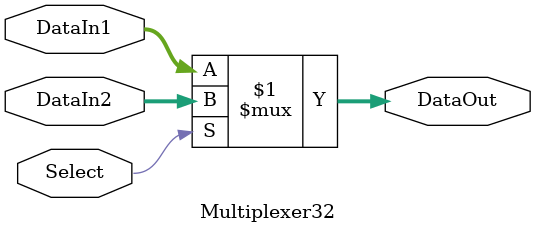
<source format=v>
`timescale 1ns / 1ps
module Multiplexer32(
	input Select,
	input[31:0] DataIn1,
	input[31:0] DataIn2,
	output[31:0] DataOut
);
	assign DataOut=	Select ? DataIn2 : DataIn1;
endmodule
</source>
